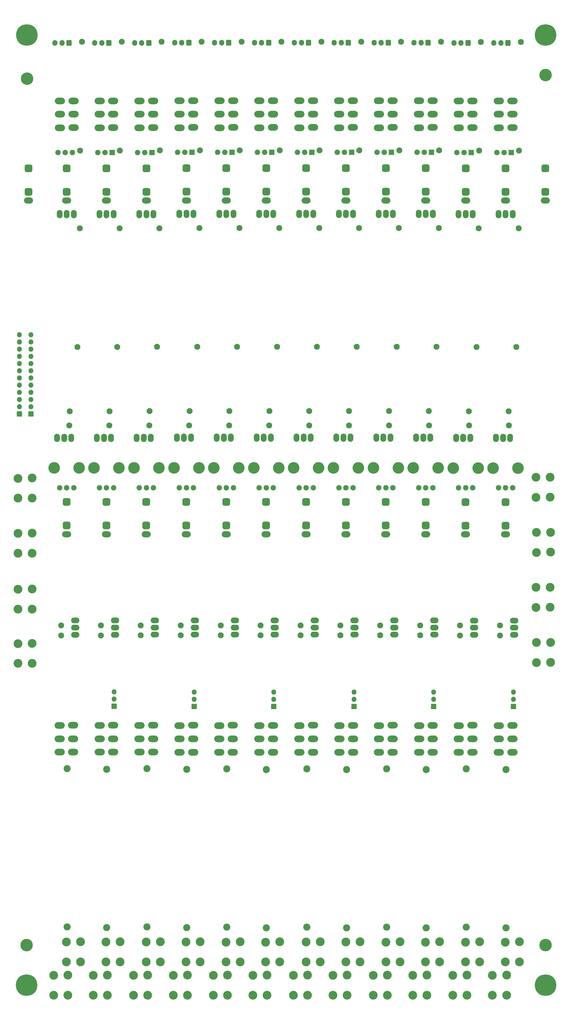
<source format=gbr>
%TF.GenerationSoftware,KiCad,Pcbnew,(6.0.7-1)-1*%
%TF.CreationDate,2024-04-18T03:27:56-04:00*%
%TF.ProjectId,EM_Harpsichord_Sustainer+Playback_V2.0,454d5f48-6172-4707-9369-63686f72645f,rev?*%
%TF.SameCoordinates,Original*%
%TF.FileFunction,Soldermask,Bot*%
%TF.FilePolarity,Negative*%
%FSLAX46Y46*%
G04 Gerber Fmt 4.6, Leading zero omitted, Abs format (unit mm)*
G04 Created by KiCad (PCBNEW (6.0.7-1)-1) date 2024-04-18 03:27:56*
%MOMM*%
%LPD*%
G01*
G04 APERTURE LIST*
G04 Aperture macros list*
%AMRoundRect*
0 Rectangle with rounded corners*
0 $1 Rounding radius*
0 $2 $3 $4 $5 $6 $7 $8 $9 X,Y pos of 4 corners*
0 Add a 4 corners polygon primitive as box body*
4,1,4,$2,$3,$4,$5,$6,$7,$8,$9,$2,$3,0*
0 Add four circle primitives for the rounded corners*
1,1,$1+$1,$2,$3*
1,1,$1+$1,$4,$5*
1,1,$1+$1,$6,$7*
1,1,$1+$1,$8,$9*
0 Add four rect primitives between the rounded corners*
20,1,$1+$1,$2,$3,$4,$5,0*
20,1,$1+$1,$4,$5,$6,$7,0*
20,1,$1+$1,$6,$7,$8,$9,0*
20,1,$1+$1,$8,$9,$2,$3,0*%
G04 Aperture macros list end*
%ADD10C,3.100000*%
%ADD11C,2.100000*%
%ADD12C,4.400000*%
%ADD13O,2.100000X2.900000*%
%ADD14O,3.200000X2.200000*%
%ADD15RoundRect,0.700000X-0.650000X-0.650000X0.650000X-0.650000X0.650000X0.650000X-0.650000X0.650000X0*%
%ADD16O,3.600000X2.350000*%
%ADD17C,7.600000*%
%ADD18RoundRect,0.050000X0.900000X0.900000X-0.900000X0.900000X-0.900000X-0.900000X0.900000X-0.900000X0*%
%ADD19C,1.900000*%
%ADD20RoundRect,0.050000X0.850000X0.850000X-0.850000X0.850000X-0.850000X-0.850000X0.850000X-0.850000X0*%
%ADD21O,1.800000X1.800000*%
%ADD22O,2.900000X2.100000*%
%ADD23RoundRect,0.300000X0.600000X0.725000X-0.600000X0.725000X-0.600000X-0.725000X0.600000X-0.725000X0*%
%ADD24O,1.800000X2.050000*%
%ADD25C,2.500000*%
%ADD26O,2.500000X2.500000*%
%ADD27C,4.100000*%
G04 APERTURE END LIST*
D10*
%TO.C,J66*%
X221953000Y-374777500D03*
X221953000Y-367777500D03*
X226953000Y-367677500D03*
X226953000Y-374777500D03*
%TD*%
D11*
%TO.C,TP82*%
X254991727Y-88306288D03*
%TD*%
D12*
%TO.C,TP86*%
X264390000Y-368839000D03*
%TD*%
D11*
%TO.C,TP95*%
X152611224Y-185334500D03*
%TD*%
D10*
%TO.C,J61*%
X193794173Y-367769529D03*
X198794173Y-367669529D03*
X198794173Y-374769529D03*
X193794173Y-374769529D03*
%TD*%
D11*
%TO.C,TP15*%
X107260500Y-255984500D03*
%TD*%
D10*
%TO.C,J14*%
X100113500Y-367634500D03*
X95113500Y-374734500D03*
X95113500Y-367734500D03*
X100113500Y-374734500D03*
%TD*%
D13*
%TO.C,SW18*%
X167300000Y-189700736D03*
X164800000Y-189700736D03*
X162300000Y-189700736D03*
%TD*%
D14*
%TO.C,J46*%
X250247000Y-105980000D03*
D15*
X250247000Y-94580000D03*
X250247000Y-102880000D03*
%TD*%
D16*
%TO.C,SW106*%
X120939000Y-291298250D03*
X120939000Y-295998250D03*
X120939000Y-300698250D03*
X125739000Y-291198250D03*
X125739000Y-295998250D03*
X125739000Y-300698250D03*
%TD*%
D17*
%TO.C,TP89*%
X81038500Y-382936000D03*
%TD*%
D18*
%TO.C,D109*%
X224047000Y-88950736D03*
D19*
X221507000Y-88950736D03*
X218967000Y-88950736D03*
%TD*%
D11*
%TO.C,TP13*%
X113063500Y-157634500D03*
%TD*%
D20*
%TO.C,J59*%
X196669173Y-284569529D03*
D21*
X196669173Y-282029529D03*
X196669173Y-279489529D03*
%TD*%
D16*
%TO.C,SW24*%
X125747000Y-80179264D03*
X125747000Y-75479264D03*
X125747000Y-70779264D03*
X120947000Y-80279264D03*
X120947000Y-75479264D03*
X120947000Y-70779264D03*
%TD*%
D22*
%TO.C,SW26*%
X182797000Y-254200736D03*
X182797000Y-256700736D03*
X182797000Y-259200736D03*
%TD*%
D11*
%TO.C,TP20*%
X127150000Y-157629264D03*
%TD*%
D23*
%TO.C,J47*%
X251096505Y-50313000D03*
D24*
X248596505Y-50313000D03*
X246096505Y-50313000D03*
%TD*%
D11*
%TO.C,TP85*%
X248247000Y-256000000D03*
%TD*%
%TO.C,TP28*%
X135497000Y-259450000D03*
%TD*%
D12*
%TO.C,TP92*%
X81038500Y-368839000D03*
%TD*%
D13*
%TO.C,SW40*%
X252747000Y-110750000D03*
X250247000Y-110750000D03*
X247747000Y-110750000D03*
%TD*%
D11*
%TO.C,TP37*%
X156200000Y-115700736D03*
%TD*%
D10*
%TO.C,J68*%
X203453000Y-386527500D03*
X208453000Y-379427500D03*
X203453000Y-379527500D03*
X208453000Y-386527500D03*
%TD*%
D25*
%TO.C,DNP9*%
X222203000Y-306837500D03*
D26*
X222203000Y-362717500D03*
%TD*%
D27*
%TO.C,RV22*%
X133100000Y-200338000D03*
X141900000Y-200338000D03*
D19*
X140000000Y-207338000D03*
X137500000Y-207338000D03*
X135000000Y-207338000D03*
%TD*%
D18*
%TO.C,D85*%
X195846999Y-88950736D03*
D19*
X193306999Y-88950736D03*
X190766999Y-88950736D03*
%TD*%
D14*
%TO.C,J48*%
X250198500Y-223818000D03*
D15*
X250198500Y-212418000D03*
X250198500Y-220718000D03*
%TD*%
D25*
%TO.C,DNP6*%
X151753000Y-306587500D03*
D26*
X151753000Y-362467500D03*
%TD*%
D16*
%TO.C,SW104*%
X238547000Y-80200736D03*
X238547000Y-75500736D03*
X238547000Y-70800736D03*
X233747000Y-80300736D03*
X233747000Y-75500736D03*
X233747000Y-70800736D03*
%TD*%
D11*
%TO.C,TP36*%
X163697000Y-255950736D03*
%TD*%
D14*
%TO.C,J21*%
X123298500Y-223797264D03*
D15*
X123298500Y-212397264D03*
X123298500Y-220697264D03*
%TD*%
D13*
%TO.C,SW23*%
X182297000Y-110700736D03*
X179797000Y-110700736D03*
X177297000Y-110700736D03*
%TD*%
D11*
%TO.C,TP94*%
X166729405Y-185334500D03*
%TD*%
D14*
%TO.C,J18*%
X109212000Y-223802500D03*
D15*
X109212000Y-212402500D03*
X109212000Y-220702500D03*
%TD*%
D13*
%TO.C,SW17*%
X168197000Y-110700736D03*
X165697000Y-110700736D03*
X163197000Y-110700736D03*
%TD*%
D20*
%TO.C,J69*%
X252978000Y-284577500D03*
D21*
X252978000Y-282037500D03*
X252978000Y-279497500D03*
%TD*%
D11*
%TO.C,TP61*%
X212691727Y-88257024D03*
%TD*%
D20*
%TO.C,J64*%
X224828000Y-284577500D03*
D21*
X224828000Y-282037500D03*
X224828000Y-279497500D03*
%TD*%
D10*
%TO.C,J52*%
X128339000Y-367648250D03*
X123339000Y-367748250D03*
X128339000Y-374748250D03*
X123339000Y-374748250D03*
%TD*%
D16*
%TO.C,SW305*%
X191541173Y-291342029D03*
X191541173Y-296042029D03*
X191541173Y-300742029D03*
X196341173Y-291242029D03*
X196341173Y-296042029D03*
X196341173Y-300742029D03*
%TD*%
D11*
%TO.C,TP33*%
X170441727Y-88257024D03*
%TD*%
%TO.C,TP96*%
X180847586Y-185334500D03*
%TD*%
%TO.C,TP52*%
X199228990Y-49893979D03*
%TD*%
D10*
%TO.C,J60*%
X194294173Y-386519529D03*
X189294173Y-379519529D03*
X189294173Y-386519529D03*
X194294173Y-379419529D03*
%TD*%
D27*
%TO.C,RV52*%
X212350000Y-200338736D03*
X203550000Y-200338736D03*
D19*
X210450000Y-207338736D03*
X207950000Y-207338736D03*
X205450000Y-207338736D03*
%TD*%
D11*
%TO.C,TP24*%
X142878991Y-49893243D03*
%TD*%
D13*
%TO.C,SW3*%
X97710500Y-110734500D03*
X95210500Y-110734500D03*
X92710500Y-110734500D03*
%TD*%
D11*
%TO.C,TP65*%
X226650000Y-115700736D03*
%TD*%
%TO.C,TP56*%
X191847000Y-259450736D03*
%TD*%
D19*
%TO.C,D12*%
X97210500Y-88984500D03*
X94670500Y-88984500D03*
X92130500Y-88984500D03*
%TD*%
D11*
%TO.C,TP45*%
X185178991Y-49893979D03*
%TD*%
D13*
%TO.C,SW13*%
X139997000Y-110700000D03*
X137497000Y-110700000D03*
X134997000Y-110700000D03*
%TD*%
D14*
%TO.C,J34*%
X193846999Y-105930736D03*
D15*
X193846999Y-94530736D03*
X193846999Y-102830736D03*
%TD*%
D11*
%TO.C,TP79*%
X254850000Y-115750000D03*
%TD*%
%TO.C,TP38*%
X156978991Y-49893979D03*
%TD*%
D13*
%TO.C,SW28*%
X195450000Y-189700736D03*
X192950000Y-189700736D03*
X190450000Y-189700736D03*
%TD*%
D11*
%TO.C,TP72*%
X240750000Y-115750736D03*
%TD*%
D14*
%TO.C,J42*%
X221998500Y-223768736D03*
D15*
X221998500Y-212368736D03*
X221998500Y-220668736D03*
%TD*%
D23*
%TO.C,J20*%
X124196505Y-50292264D03*
D24*
X121696505Y-50292264D03*
X119196505Y-50292264D03*
%TD*%
D14*
%TO.C,J43*%
X236147000Y-105980736D03*
D15*
X236147000Y-94580736D03*
X236147000Y-102880736D03*
%TD*%
D10*
%TO.C,J9*%
X266100000Y-262000000D03*
X266100000Y-269000000D03*
X261100000Y-262000000D03*
X261100000Y-269100000D03*
%TD*%
D11*
%TO.C,TP26*%
X142241727Y-88256288D03*
%TD*%
D15*
%TO.C,JA1_in1*%
X81713500Y-102864500D03*
D14*
X81713500Y-105964500D03*
D15*
X81713500Y-94564500D03*
%TD*%
D11*
%TO.C,TP18*%
X124450000Y-180317264D03*
%TD*%
%TO.C,TP51*%
X198450000Y-115700736D03*
%TD*%
D10*
%TO.C,J2*%
X83000000Y-211034500D03*
X83000000Y-203934500D03*
X78000000Y-204034500D03*
X78000000Y-211034500D03*
%TD*%
D11*
%TO.C,TP70*%
X220047000Y-259450736D03*
%TD*%
%TO.C,TP25*%
X138600000Y-180288000D03*
%TD*%
D16*
%TO.C,SW84*%
X210347000Y-80150736D03*
X210347000Y-75450736D03*
X210347000Y-70750736D03*
X205547000Y-80250736D03*
X205547000Y-75450736D03*
X205547000Y-70750736D03*
%TD*%
D10*
%TO.C,J65*%
X222453000Y-386527500D03*
X217453000Y-379527500D03*
X222453000Y-379427500D03*
X217453000Y-386527500D03*
%TD*%
D11*
%TO.C,TP104*%
X124374862Y-185334500D03*
%TD*%
D18*
%TO.C,D49*%
X167697000Y-88950736D03*
D19*
X165157000Y-88950736D03*
X162617000Y-88950736D03*
%TD*%
D22*
%TO.C,SW36*%
X225047000Y-254200736D03*
X225047000Y-256700736D03*
X225047000Y-259200736D03*
%TD*%
D25*
%TO.C,DNP4*%
X123589000Y-306558250D03*
D26*
X123589000Y-362438250D03*
%TD*%
D14*
%TO.C,J40*%
X222047000Y-105930736D03*
D15*
X222047000Y-94530736D03*
X222047000Y-102830736D03*
%TD*%
D20*
%TO.C,J49*%
X140214000Y-284548250D03*
D21*
X140214000Y-282008250D03*
X140214000Y-279468250D03*
%TD*%
D10*
%TO.C,J6*%
X83000000Y-230456722D03*
X78000000Y-223456722D03*
X83000000Y-223356722D03*
X78000000Y-230456722D03*
%TD*%
D20*
%TO.C,J5*%
X78513500Y-181300000D03*
D21*
X78513500Y-178760000D03*
X78513500Y-176220000D03*
X78513500Y-173680000D03*
X78513500Y-171140000D03*
X78513500Y-168600000D03*
X78513500Y-166060000D03*
X78513500Y-163520000D03*
X78513500Y-160980000D03*
X78513500Y-158440000D03*
X78513500Y-155900000D03*
X78513500Y-153360000D03*
%TD*%
D15*
%TO.C,JA2_out1*%
X264250000Y-102880000D03*
D14*
X264250000Y-105980000D03*
D15*
X264250000Y-94580000D03*
%TD*%
D14*
%TO.C,J200*%
X95162000Y-223802500D03*
D15*
X95162000Y-212402500D03*
X95162000Y-220702500D03*
%TD*%
D11*
%TO.C,TP53*%
X194950000Y-180288736D03*
%TD*%
%TO.C,TP12*%
X114005227Y-88290788D03*
%TD*%
%TO.C,TP31*%
X171078991Y-49893979D03*
%TD*%
D23*
%TO.C,J44*%
X236996505Y-50313736D03*
D24*
X234496505Y-50313736D03*
X231996505Y-50313736D03*
%TD*%
D20*
%TO.C,J1*%
X111988500Y-284534500D03*
D21*
X111988500Y-281994500D03*
X111988500Y-279454500D03*
%TD*%
D11*
%TO.C,TP93*%
X138493043Y-185334500D03*
%TD*%
D27*
%TO.C,RV34*%
X156000000Y-200338736D03*
X147200000Y-200338736D03*
D19*
X154100000Y-207338736D03*
X151600000Y-207338736D03*
X149100000Y-207338736D03*
%TD*%
D11*
%TO.C,TP76*%
X239950000Y-157650736D03*
%TD*%
D13*
%TO.C,SW21*%
X153200000Y-189700736D03*
X150700000Y-189700736D03*
X148200000Y-189700736D03*
%TD*%
D14*
%TO.C,J24*%
X137448500Y-223768000D03*
D15*
X137448500Y-212368000D03*
X137448500Y-220668000D03*
%TD*%
D25*
%TO.C,DNP2*%
X95363500Y-306544500D03*
D26*
X95363500Y-362424500D03*
%TD*%
D11*
%TO.C,TP67*%
X223150000Y-180288736D03*
%TD*%
D22*
%TO.C,SW32*%
X210947000Y-254200736D03*
X210947000Y-256700736D03*
X210947000Y-259200736D03*
%TD*%
D10*
%TO.C,J71*%
X250103000Y-374777500D03*
X250103000Y-367777500D03*
X255103000Y-367677500D03*
X255103000Y-374777500D03*
%TD*%
D11*
%TO.C,TP80*%
X255628991Y-49943243D03*
%TD*%
D23*
%TO.C,J35*%
X194696504Y-50263736D03*
D24*
X192196504Y-50263736D03*
X189696504Y-50263736D03*
%TD*%
D10*
%TO.C,J56*%
X165503000Y-374777500D03*
X165503000Y-367777500D03*
X170503000Y-367677500D03*
X170503000Y-374777500D03*
%TD*%
%TO.C,J67*%
X212953000Y-367677500D03*
X207953000Y-374777500D03*
X212953000Y-374777500D03*
X207953000Y-367777500D03*
%TD*%
D16*
%TO.C,SW114*%
X252647000Y-80200000D03*
X252647000Y-75500000D03*
X252647000Y-70800000D03*
X247847000Y-80300000D03*
X247847000Y-75500000D03*
X247847000Y-70800000D03*
%TD*%
D11*
%TO.C,TP50*%
X177797000Y-255950736D03*
%TD*%
%TO.C,TP23*%
X142100000Y-115700000D03*
%TD*%
D16*
%TO.C,SW505*%
X247850000Y-291350000D03*
X247850000Y-296050000D03*
X247850000Y-300750000D03*
X252650000Y-291250000D03*
X252650000Y-296050000D03*
X252650000Y-300750000D03*
%TD*%
D11*
%TO.C,TP4*%
X99813500Y-115734500D03*
%TD*%
D14*
%TO.C,J25*%
X165697000Y-105930736D03*
D15*
X165697000Y-94530736D03*
X165697000Y-102830736D03*
%TD*%
D10*
%TO.C,J10*%
X261100000Y-230200000D03*
X266100000Y-223100000D03*
X261100000Y-223100000D03*
X266100000Y-230100000D03*
%TD*%
D12*
%TO.C,TP88*%
X81258000Y-62913000D03*
%TD*%
D11*
%TO.C,TP30*%
X170300000Y-115700736D03*
%TD*%
D16*
%TO.C,SW306*%
X177394173Y-291319529D03*
X177394173Y-296019529D03*
X177394173Y-300719529D03*
X182194173Y-291219529D03*
X182194173Y-296019529D03*
X182194173Y-300719529D03*
%TD*%
D10*
%TO.C,J73*%
X236603000Y-379427500D03*
X231603000Y-386527500D03*
X236603000Y-386527500D03*
X231603000Y-379527500D03*
%TD*%
D11*
%TO.C,TP29*%
X135497000Y-255950000D03*
%TD*%
D13*
%TO.C,SW2*%
X96813500Y-189734500D03*
X94313500Y-189734500D03*
X91813500Y-189734500D03*
%TD*%
D25*
%TO.C,DNP10*%
X208203000Y-306587500D03*
D26*
X208203000Y-362467500D03*
%TD*%
D11*
%TO.C,TP5*%
X93210500Y-259484500D03*
%TD*%
D18*
%TO.C,D121*%
X238147000Y-89000736D03*
D19*
X235607000Y-89000736D03*
X233067000Y-89000736D03*
%TD*%
D10*
%TO.C,J55*%
X166003000Y-379427500D03*
X161003000Y-386527500D03*
X161003000Y-379527500D03*
X166003000Y-386527500D03*
%TD*%
D14*
%TO.C,J27*%
X165648500Y-223768736D03*
D15*
X165648500Y-212368736D03*
X165648500Y-220668736D03*
%TD*%
D13*
%TO.C,SW33*%
X224547000Y-110700736D03*
X222047000Y-110700736D03*
X219547000Y-110700736D03*
%TD*%
D23*
%TO.C,J29*%
X152446505Y-50263736D03*
D24*
X149946505Y-50263736D03*
X147446505Y-50263736D03*
%TD*%
D10*
%TO.C,J72*%
X241103000Y-367677500D03*
X241103000Y-374777500D03*
X236103000Y-367777500D03*
X236103000Y-374777500D03*
%TD*%
D11*
%TO.C,TP11*%
X110363500Y-180322500D03*
%TD*%
D13*
%TO.C,SW41*%
X251850000Y-189750000D03*
X249350000Y-189750000D03*
X246850000Y-189750000D03*
%TD*%
%TO.C,SW10*%
X125847000Y-110729264D03*
X123347000Y-110729264D03*
X120847000Y-110729264D03*
%TD*%
D11*
%TO.C,TP27*%
X141300000Y-157600000D03*
%TD*%
D23*
%TO.C,J23*%
X138346505Y-50263000D03*
D24*
X135846505Y-50263000D03*
X133346505Y-50263000D03*
%TD*%
D11*
%TO.C,TP99*%
X223202129Y-185334500D03*
%TD*%
D10*
%TO.C,J15*%
X90613500Y-386484500D03*
X90613500Y-379484500D03*
X95613500Y-379384500D03*
X95613500Y-386484500D03*
%TD*%
D11*
%TO.C,TP44*%
X184400000Y-115700736D03*
%TD*%
%TO.C,TP69*%
X225850000Y-157600736D03*
%TD*%
%TO.C,TP101*%
X251438500Y-185334500D03*
%TD*%
%TO.C,TP84*%
X248247000Y-259500000D03*
%TD*%
%TO.C,TP59*%
X213328991Y-49893979D03*
%TD*%
D25*
%TO.C,DNP3*%
X137589000Y-306808250D03*
D26*
X137589000Y-362688250D03*
%TD*%
D13*
%TO.C,SW25*%
X181400000Y-189700736D03*
X178900000Y-189700736D03*
X176400000Y-189700736D03*
%TD*%
D11*
%TO.C,TP58*%
X212550000Y-115700736D03*
%TD*%
D10*
%TO.C,J62*%
X184794173Y-367669529D03*
X179794173Y-367769529D03*
X179794173Y-374769529D03*
X184794173Y-374769529D03*
%TD*%
D23*
%TO.C,J32*%
X180646505Y-50263736D03*
D24*
X178146505Y-50263736D03*
X175646505Y-50263736D03*
%TD*%
D18*
%TO.C,D37*%
X139497000Y-88950000D03*
D19*
X136957000Y-88950000D03*
X134417000Y-88950000D03*
%TD*%
D25*
%TO.C,DNP12*%
X236353000Y-306587500D03*
D26*
X236353000Y-362467500D03*
%TD*%
D11*
%TO.C,TP102*%
X96138500Y-185334500D03*
%TD*%
D22*
%TO.C,SW9*%
X112260500Y-254234500D03*
X112260500Y-256734500D03*
X112260500Y-259234500D03*
%TD*%
D18*
%TO.C,D25*%
X125347000Y-88979264D03*
D19*
X122807000Y-88979264D03*
X120267000Y-88979264D03*
%TD*%
D11*
%TO.C,TP66*%
X227428991Y-49893979D03*
%TD*%
D16*
%TO.C,SW206*%
X149103000Y-291327500D03*
X149103000Y-296027500D03*
X149103000Y-300727500D03*
X153903000Y-291227500D03*
X153903000Y-296027500D03*
X153903000Y-300727500D03*
%TD*%
D11*
%TO.C,TP100*%
X237320310Y-185334500D03*
%TD*%
%TO.C,TP98*%
X209083948Y-185334500D03*
%TD*%
%TO.C,TP54*%
X198591726Y-88257024D03*
%TD*%
D20*
%TO.C,J74*%
X82563500Y-181300000D03*
D21*
X82563500Y-178760000D03*
X82563500Y-176220000D03*
X82563500Y-173680000D03*
X82563500Y-171140000D03*
X82563500Y-168600000D03*
X82563500Y-166060000D03*
X82563500Y-163520000D03*
X82563500Y-160980000D03*
X82563500Y-158440000D03*
X82563500Y-155900000D03*
X82563500Y-153360000D03*
%TD*%
D10*
%TO.C,J70*%
X245603000Y-386527500D03*
X245603000Y-379527500D03*
X250603000Y-386527500D03*
X250603000Y-379427500D03*
%TD*%
D11*
%TO.C,TP39*%
X152700000Y-180288736D03*
%TD*%
D16*
%TO.C,SW14*%
X111660500Y-80184500D03*
X111660500Y-75484500D03*
X111660500Y-70784500D03*
X106860500Y-80284500D03*
X106860500Y-75484500D03*
X106860500Y-70784500D03*
%TD*%
D27*
%TO.C,RV40*%
X184200000Y-200338736D03*
X175400000Y-200338736D03*
D19*
X182300000Y-207338736D03*
X179800000Y-207338736D03*
X177300000Y-207338736D03*
%TD*%
D18*
%TO.C,D61*%
X153597000Y-88950736D03*
D19*
X151057000Y-88950736D03*
X148517000Y-88950736D03*
%TD*%
D14*
%TO.C,J19*%
X123347000Y-105959264D03*
D15*
X123347000Y-94559264D03*
X123347000Y-102859264D03*
%TD*%
D14*
%TO.C,J45*%
X236098500Y-223818736D03*
D15*
X236098500Y-212418736D03*
X236098500Y-220718736D03*
%TD*%
D11*
%TO.C,TP48*%
X183600000Y-157600736D03*
%TD*%
D18*
%TO.C,D97*%
X209947000Y-88950736D03*
D19*
X207407000Y-88950736D03*
X204867000Y-88950736D03*
%TD*%
D17*
%TO.C,TP6*%
X81129000Y-47533000D03*
%TD*%
D16*
%TO.C,SW34*%
X139897000Y-80150000D03*
X139897000Y-75450000D03*
X139897000Y-70750000D03*
X135097000Y-80250000D03*
X135097000Y-75450000D03*
X135097000Y-70750000D03*
%TD*%
D11*
%TO.C,TP71*%
X220047000Y-255950736D03*
%TD*%
D13*
%TO.C,SW35*%
X223650000Y-189700736D03*
X221150000Y-189700736D03*
X218650000Y-189700736D03*
%TD*%
D22*
%TO.C,SW42*%
X253247000Y-254250000D03*
X253247000Y-256750000D03*
X253247000Y-259250000D03*
%TD*%
D11*
%TO.C,TP74*%
X237250000Y-180338736D03*
%TD*%
%TO.C,TP10*%
X114642491Y-49927743D03*
%TD*%
%TO.C,TP68*%
X226791727Y-88257024D03*
%TD*%
D25*
%TO.C,DNP1*%
X109363500Y-306794500D03*
D26*
X109363500Y-362674500D03*
%TD*%
D13*
%TO.C,SW20*%
X154097000Y-110700736D03*
X151597000Y-110700736D03*
X149097000Y-110700736D03*
%TD*%
D11*
%TO.C,TP19*%
X128091727Y-88285552D03*
%TD*%
D10*
%TO.C,J53*%
X118839000Y-379498250D03*
X123839000Y-386498250D03*
X118839000Y-386498250D03*
X123839000Y-379398250D03*
%TD*%
%TO.C,J11*%
X261000000Y-242550000D03*
X261000000Y-249650000D03*
X266000000Y-249550000D03*
X266000000Y-242550000D03*
%TD*%
D22*
%TO.C,SW8*%
X98210500Y-254234500D03*
X98210500Y-256734500D03*
X98210500Y-259234500D03*
%TD*%
D11*
%TO.C,TP97*%
X194965767Y-185334500D03*
%TD*%
D14*
%TO.C,J16*%
X109260500Y-105964500D03*
D15*
X109260500Y-94564500D03*
X109260500Y-102864500D03*
%TD*%
D14*
%TO.C,J201*%
X95210500Y-105964500D03*
D15*
X95210500Y-94564500D03*
X95210500Y-102864500D03*
%TD*%
D11*
%TO.C,TP75*%
X240891727Y-88307024D03*
%TD*%
%TO.C,TP63*%
X205947000Y-259450736D03*
%TD*%
%TO.C,TP49*%
X177797000Y-259450736D03*
%TD*%
D10*
%TO.C,J57*%
X156503000Y-374777500D03*
X156503000Y-367677500D03*
X151503000Y-374777500D03*
X151503000Y-367777500D03*
%TD*%
D11*
%TO.C,TP21*%
X121347000Y-259479264D03*
%TD*%
D14*
%TO.C,J39*%
X207898500Y-223768736D03*
D15*
X207898500Y-212368736D03*
X207898500Y-220668736D03*
%TD*%
D11*
%TO.C,TP35*%
X163697000Y-259450736D03*
%TD*%
D23*
%TO.C,J41*%
X222896505Y-50263736D03*
D24*
X220396505Y-50263736D03*
X217896505Y-50263736D03*
%TD*%
D16*
%TO.C,SW405*%
X219700000Y-291350000D03*
X219700000Y-296050000D03*
X219700000Y-300750000D03*
X224500000Y-291250000D03*
X224500000Y-296050000D03*
X224500000Y-300750000D03*
%TD*%
D11*
%TO.C,TP47*%
X184541727Y-88257024D03*
%TD*%
D20*
%TO.C,J54*%
X168378000Y-284577500D03*
D21*
X168378000Y-282037500D03*
X168378000Y-279497500D03*
%TD*%
D13*
%TO.C,SW37*%
X238647000Y-110750736D03*
X236147000Y-110750736D03*
X233647000Y-110750736D03*
%TD*%
D11*
%TO.C,TP14*%
X107260500Y-259484500D03*
%TD*%
D27*
%TO.C,RV16*%
X118950000Y-200367264D03*
X127750000Y-200367264D03*
D19*
X125850000Y-207367264D03*
X123350000Y-207367264D03*
X120850000Y-207367264D03*
%TD*%
D22*
%TO.C,SW19*%
X168697000Y-254200736D03*
X168697000Y-256700736D03*
X168697000Y-259200736D03*
%TD*%
D11*
%TO.C,TP64*%
X205947000Y-255950736D03*
%TD*%
D14*
%TO.C,J37*%
X207947000Y-105930736D03*
D15*
X207947000Y-94530736D03*
X207947000Y-102830736D03*
%TD*%
D13*
%TO.C,SW11*%
X124950000Y-189729264D03*
X122450000Y-189729264D03*
X119950000Y-189729264D03*
%TD*%
D16*
%TO.C,SW64*%
X182197000Y-80150736D03*
X182197000Y-75450736D03*
X182197000Y-70750736D03*
X177397000Y-80250736D03*
X177397000Y-75450736D03*
X177397000Y-70750736D03*
%TD*%
D11*
%TO.C,TP78*%
X234147000Y-256000736D03*
%TD*%
D10*
%TO.C,J58*%
X152003000Y-386527500D03*
X152003000Y-379427500D03*
X147003000Y-386527500D03*
X147003000Y-379527500D03*
%TD*%
D22*
%TO.C,SW39*%
X239147000Y-254250736D03*
X239147000Y-256750736D03*
X239147000Y-259250736D03*
%TD*%
D10*
%TO.C,J7*%
X266000000Y-203650000D03*
X261000000Y-203650000D03*
X261000000Y-210750000D03*
X266000000Y-210650000D03*
%TD*%
D12*
%TO.C,TP90*%
X264390000Y-61630000D03*
%TD*%
D17*
%TO.C,TP87*%
X264390000Y-47533000D03*
%TD*%
D13*
%TO.C,SW15*%
X139100000Y-189700000D03*
X136600000Y-189700000D03*
X134100000Y-189700000D03*
%TD*%
D11*
%TO.C,TP32*%
X166800000Y-180288736D03*
%TD*%
D27*
%TO.C,RV58*%
X226450000Y-200338736D03*
X217650000Y-200338736D03*
D19*
X224550000Y-207338736D03*
X222050000Y-207338736D03*
X219550000Y-207338736D03*
%TD*%
D16*
%TO.C,SW6*%
X92713500Y-291284500D03*
X92713500Y-295984500D03*
X92713500Y-300684500D03*
X97513500Y-291184500D03*
X97513500Y-295984500D03*
X97513500Y-300684500D03*
%TD*%
D23*
%TO.C,J38*%
X208796505Y-50263736D03*
D24*
X206296505Y-50263736D03*
X203796505Y-50263736D03*
%TD*%
D11*
%TO.C,TP22*%
X121347000Y-255979264D03*
%TD*%
D16*
%TO.C,SW44*%
X168097000Y-80150736D03*
X168097000Y-75450736D03*
X168097000Y-70750736D03*
X163297000Y-80250736D03*
X163297000Y-75450736D03*
X163297000Y-70750736D03*
%TD*%
D27*
%TO.C,RV70*%
X254650000Y-200388000D03*
X245850000Y-200388000D03*
D19*
X252750000Y-207388000D03*
X250250000Y-207388000D03*
X247750000Y-207388000D03*
%TD*%
D11*
%TO.C,TP40*%
X156341727Y-88257024D03*
%TD*%
%TO.C,TP7*%
X99013500Y-157634500D03*
%TD*%
D18*
%TO.C,D73*%
X181797000Y-88950736D03*
D19*
X179257000Y-88950736D03*
X176717000Y-88950736D03*
%TD*%
D11*
%TO.C,TP81*%
X251350000Y-180338000D03*
%TD*%
%TO.C,TP73*%
X241528991Y-49943979D03*
%TD*%
D16*
%TO.C,SW94*%
X224447000Y-80150736D03*
X224447000Y-75450736D03*
X224447000Y-70750736D03*
X219647000Y-80250736D03*
X219647000Y-75450736D03*
X219647000Y-70750736D03*
%TD*%
D14*
%TO.C,J33*%
X179748500Y-223768736D03*
D15*
X179748500Y-212368736D03*
X179748500Y-220668736D03*
%TD*%
D11*
%TO.C,TP34*%
X169500000Y-157600736D03*
%TD*%
%TO.C,TP8*%
X93210500Y-255984500D03*
%TD*%
D16*
%TO.C,SW105*%
X135086000Y-291320750D03*
X135086000Y-296020750D03*
X135086000Y-300720750D03*
X139886000Y-291220750D03*
X139886000Y-296020750D03*
X139886000Y-300720750D03*
%TD*%
D11*
%TO.C,TP55*%
X197650000Y-157600736D03*
%TD*%
D25*
%TO.C,DNP8*%
X180044173Y-306579529D03*
D26*
X180044173Y-362459529D03*
%TD*%
D13*
%TO.C,SW31*%
X209550000Y-189700736D03*
X207050000Y-189700736D03*
X204550000Y-189700736D03*
%TD*%
D22*
%TO.C,SW29*%
X196847000Y-254200736D03*
X196847000Y-256700736D03*
X196847000Y-259200736D03*
%TD*%
%TO.C,SW22*%
X154597000Y-254200736D03*
X154597000Y-256700736D03*
X154597000Y-259200736D03*
%TD*%
D27*
%TO.C,RV64*%
X231750000Y-200388736D03*
X240550000Y-200388736D03*
D19*
X238650000Y-207388736D03*
X236150000Y-207388736D03*
X233650000Y-207388736D03*
%TD*%
D10*
%TO.C,J4*%
X83000000Y-262284500D03*
X83000000Y-269384500D03*
X78000000Y-262384500D03*
X78000000Y-269384500D03*
%TD*%
D16*
%TO.C,SW506*%
X233703000Y-291327500D03*
X233703000Y-296027500D03*
X233703000Y-300727500D03*
X238503000Y-291227500D03*
X238503000Y-296027500D03*
X238503000Y-300727500D03*
%TD*%
D14*
%TO.C,J22*%
X137497000Y-105930000D03*
D15*
X137497000Y-94530000D03*
X137497000Y-102830000D03*
%TD*%
D14*
%TO.C,J31*%
X179797000Y-105930736D03*
D15*
X179797000Y-94530736D03*
X179797000Y-102830736D03*
%TD*%
D22*
%TO.C,SW12*%
X126347000Y-254229264D03*
X126347000Y-256729264D03*
X126347000Y-259229264D03*
%TD*%
D14*
%TO.C,J28*%
X151597000Y-105930736D03*
D15*
X151597000Y-94530736D03*
X151597000Y-102830736D03*
%TD*%
D10*
%TO.C,J8*%
X83000000Y-250187040D03*
X78000000Y-243187040D03*
X78000000Y-250187040D03*
X83000000Y-243087040D03*
%TD*%
D11*
%TO.C,TP43*%
X149597000Y-255950736D03*
%TD*%
%TO.C,TP16*%
X127950000Y-115729264D03*
%TD*%
%TO.C,TP3*%
X100592491Y-49927743D03*
%TD*%
D10*
%TO.C,J50*%
X137839000Y-379398250D03*
X132839000Y-379498250D03*
X132839000Y-386498250D03*
X137839000Y-386498250D03*
%TD*%
D11*
%TO.C,TP9*%
X113863500Y-115734500D03*
%TD*%
D18*
%TO.C,D13*%
X111260500Y-88984500D03*
D19*
X108720500Y-88984500D03*
X106180500Y-88984500D03*
%TD*%
D13*
%TO.C,SW27*%
X196347000Y-110700736D03*
X193847000Y-110700736D03*
X191347000Y-110700736D03*
%TD*%
D16*
%TO.C,SW74*%
X196246999Y-80150736D03*
X196246999Y-75450736D03*
X196246999Y-70750736D03*
X191446999Y-80250736D03*
X191446999Y-75450736D03*
X191446999Y-70750736D03*
%TD*%
D23*
%TO.C,J17*%
X110110005Y-50297500D03*
D24*
X107610005Y-50297500D03*
X105110005Y-50297500D03*
%TD*%
D27*
%TO.C,RV5*%
X90813500Y-200372500D03*
X99613500Y-200372500D03*
D19*
X97713500Y-207372500D03*
X95213500Y-207372500D03*
X92713500Y-207372500D03*
%TD*%
D16*
%TO.C,SW5*%
X106860500Y-291307000D03*
X106860500Y-296007000D03*
X106860500Y-300707000D03*
X111660500Y-291207000D03*
X111660500Y-296007000D03*
X111660500Y-300707000D03*
%TD*%
D11*
%TO.C,TP57*%
X191847000Y-255950736D03*
%TD*%
D17*
%TO.C,TP91*%
X264390000Y-382936000D03*
%TD*%
D13*
%TO.C,SW7*%
X110863500Y-189734500D03*
X108363500Y-189734500D03*
X105863500Y-189734500D03*
%TD*%
D11*
%TO.C,TP103*%
X110256681Y-185334500D03*
%TD*%
D10*
%TO.C,J63*%
X175294173Y-386519529D03*
X180294173Y-386519529D03*
X180294173Y-379419529D03*
X175294173Y-379519529D03*
%TD*%
D27*
%TO.C,RV46*%
X189450000Y-200338736D03*
X198250000Y-200338736D03*
D19*
X196350000Y-207338736D03*
X193850000Y-207338736D03*
X191350000Y-207338736D03*
%TD*%
D16*
%TO.C,SW54*%
X153997000Y-80150736D03*
X153997000Y-75450736D03*
X153997000Y-70750736D03*
X149197000Y-80250736D03*
X149197000Y-75450736D03*
X149197000Y-70750736D03*
%TD*%
D23*
%TO.C,J26*%
X166546505Y-50263736D03*
D24*
X164046505Y-50263736D03*
X161546505Y-50263736D03*
%TD*%
D10*
%TO.C,J13*%
X109113500Y-367734500D03*
X114113500Y-374734500D03*
X109113500Y-374734500D03*
X114113500Y-367634500D03*
%TD*%
D11*
%TO.C,TP1*%
X96313500Y-180322500D03*
%TD*%
D10*
%TO.C,J51*%
X142339000Y-374748250D03*
X137339000Y-367748250D03*
X142339000Y-367648250D03*
X137339000Y-374748250D03*
%TD*%
D27*
%TO.C,RV28*%
X170100000Y-200338736D03*
X161300000Y-200338736D03*
D19*
X168200000Y-207338736D03*
X165700000Y-207338736D03*
X163200000Y-207338736D03*
%TD*%
D25*
%TO.C,DNP7*%
X194044173Y-306829529D03*
D26*
X194044173Y-362709529D03*
%TD*%
D11*
%TO.C,TP46*%
X180900000Y-180288736D03*
%TD*%
%TO.C,TP17*%
X128728991Y-49922507D03*
%TD*%
%TO.C,TP83*%
X254050000Y-157650000D03*
%TD*%
D14*
%TO.C,J36*%
X193798500Y-223768736D03*
D15*
X193798500Y-212368736D03*
X193798500Y-220668736D03*
%TD*%
D11*
%TO.C,TP60*%
X209050000Y-180288736D03*
%TD*%
D22*
%TO.C,SW16*%
X140497000Y-254200000D03*
X140497000Y-256700000D03*
X140497000Y-259200000D03*
%TD*%
D11*
%TO.C,TP62*%
X211750000Y-157600736D03*
%TD*%
D13*
%TO.C,SW1*%
X111760500Y-110734500D03*
X109260500Y-110734500D03*
X106760500Y-110734500D03*
%TD*%
D11*
%TO.C,TP77*%
X234147000Y-259500736D03*
%TD*%
D18*
%TO.C,D133*%
X252247000Y-89000000D03*
D19*
X249707000Y-89000000D03*
X247167000Y-89000000D03*
%TD*%
D25*
%TO.C,DNP11*%
X250353000Y-306837500D03*
D26*
X250353000Y-362717500D03*
%TD*%
D10*
%TO.C,J12*%
X104613500Y-386484500D03*
X109613500Y-386484500D03*
X104613500Y-379484500D03*
X109613500Y-379384500D03*
%TD*%
D16*
%TO.C,SW205*%
X163250000Y-291350000D03*
X163250000Y-296050000D03*
X163250000Y-300750000D03*
X168050000Y-291250000D03*
X168050000Y-296050000D03*
X168050000Y-300750000D03*
%TD*%
%TO.C,SW406*%
X205553000Y-291327500D03*
X205553000Y-296027500D03*
X205553000Y-300727500D03*
X210353000Y-291227500D03*
X210353000Y-296027500D03*
X210353000Y-300727500D03*
%TD*%
D14*
%TO.C,J30*%
X151548500Y-223768736D03*
D15*
X151548500Y-212368736D03*
X151548500Y-220668736D03*
%TD*%
D27*
%TO.C,RV10*%
X113663500Y-200372500D03*
X104863500Y-200372500D03*
D19*
X111763500Y-207372500D03*
X109263500Y-207372500D03*
X106763500Y-207372500D03*
%TD*%
D11*
%TO.C,TP42*%
X149597000Y-259450736D03*
%TD*%
D25*
%TO.C,DNP5*%
X165753000Y-306837500D03*
D26*
X165753000Y-362717500D03*
%TD*%
D16*
%TO.C,SW4*%
X97610500Y-80184500D03*
X97610500Y-75484500D03*
X97610500Y-70784500D03*
X92810500Y-80284500D03*
X92810500Y-75484500D03*
X92810500Y-70784500D03*
%TD*%
D23*
%TO.C,J3*%
X96060005Y-50297500D03*
D24*
X93560005Y-50297500D03*
X91060005Y-50297500D03*
%TD*%
D11*
%TO.C,TP41*%
X155400000Y-157600736D03*
%TD*%
D13*
%TO.C,SW38*%
X237750000Y-189750736D03*
X235250000Y-189750736D03*
X232750000Y-189750736D03*
%TD*%
D11*
%TO.C,TP2*%
X99955227Y-88290788D03*
%TD*%
D13*
%TO.C,SW30*%
X210447000Y-110700736D03*
X207947000Y-110700736D03*
X205447000Y-110700736D03*
%TD*%
M02*

</source>
